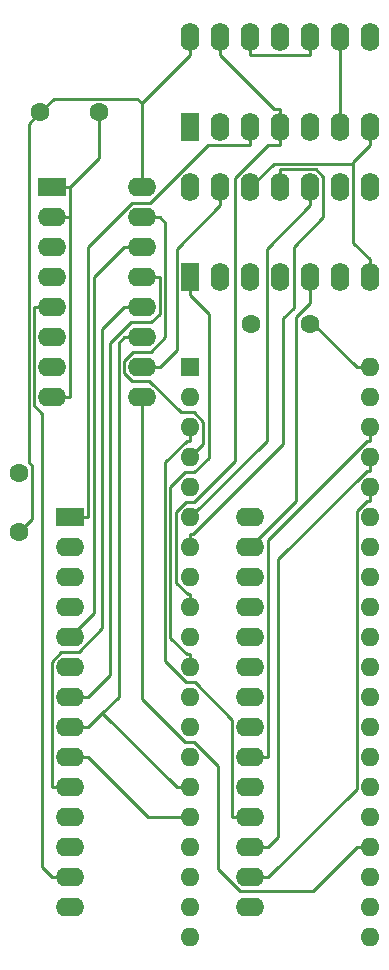
<source format=gbr>
%TF.GenerationSoftware,KiCad,Pcbnew,(6.0.10)*%
%TF.CreationDate,2022-12-23T07:28:00+11:00*%
%TF.ProjectId,bbc1770,62626331-3737-4302-9e6b-696361645f70,rev?*%
%TF.SameCoordinates,Original*%
%TF.FileFunction,Copper,L1,Top*%
%TF.FilePolarity,Positive*%
%FSLAX46Y46*%
G04 Gerber Fmt 4.6, Leading zero omitted, Abs format (unit mm)*
G04 Created by KiCad (PCBNEW (6.0.10)) date 2022-12-23 07:28:00*
%MOMM*%
%LPD*%
G01*
G04 APERTURE LIST*
%TA.AperFunction,ComponentPad*%
%ADD10R,1.600000X2.400000*%
%TD*%
%TA.AperFunction,ComponentPad*%
%ADD11O,1.600000X2.400000*%
%TD*%
%TA.AperFunction,ComponentPad*%
%ADD12R,2.400000X1.600000*%
%TD*%
%TA.AperFunction,ComponentPad*%
%ADD13O,2.400000X1.600000*%
%TD*%
%TA.AperFunction,ComponentPad*%
%ADD14R,1.600000X1.600000*%
%TD*%
%TA.AperFunction,ComponentPad*%
%ADD15O,1.600000X1.600000*%
%TD*%
%TA.AperFunction,ComponentPad*%
%ADD16C,1.600000*%
%TD*%
%TA.AperFunction,Conductor*%
%ADD17C,0.250000*%
%TD*%
G04 APERTURE END LIST*
D10*
%TO.P,U1,1*%
%TO.N,Net-(U1-Pad1)*%
X35555000Y-21580000D03*
D11*
%TO.P,U1,2*%
%TO.N,Net-(U1-Pad11)*%
X38095000Y-21580000D03*
%TO.P,U1,3*%
%TO.N,Net-(U1-Pad3)*%
X40635000Y-21580000D03*
%TO.P,U1,4*%
%TO.N,Net-(U1-Pad13)*%
X43175000Y-21580000D03*
%TO.P,U1,5*%
%TO.N,Net-(U1-Pad5)*%
X45715000Y-21580000D03*
%TO.P,U1,6*%
%TO.N,/WR*%
X48255000Y-21580000D03*
%TO.P,U1,7*%
%TO.N,GND*%
X50795000Y-21580000D03*
%TO.P,U1,8*%
%TO.N,Net-(U1-Pad5)*%
X50795000Y-13960000D03*
%TO.P,U1,9*%
%TO.N,/WR*%
X48255000Y-13960000D03*
%TO.P,U1,10*%
%TO.N,Net-(U1-Pad10)*%
X45715000Y-13960000D03*
%TO.P,U1,11*%
%TO.N,Net-(U1-Pad11)*%
X43175000Y-13960000D03*
%TO.P,U1,12*%
%TO.N,Net-(U1-Pad10)*%
X40635000Y-13960000D03*
%TO.P,U1,13*%
%TO.N,Net-(U1-Pad13)*%
X38095000Y-13960000D03*
%TO.P,U1,14*%
%TO.N,VCC*%
X35555000Y-13960000D03*
%TD*%
D12*
%TO.P,U5,1,~{CS}*%
%TO.N,Net-(U1-Pad3)*%
X25395000Y-54595000D03*
D13*
%TO.P,U5,2,R/~{W}*%
%TO.N,/WR*%
X25395000Y-57135000D03*
%TO.P,U5,3,A0*%
%TO.N,/A3*%
X25395000Y-59675000D03*
%TO.P,U5,4,A1*%
%TO.N,/A4*%
X25395000Y-62215000D03*
%TO.P,U5,5,DI0*%
%TO.N,/D0*%
X25395000Y-64755000D03*
%TO.P,U5,6,DI1*%
%TO.N,/D1*%
X25395000Y-67295000D03*
%TO.P,U5,7,DI2*%
%TO.N,/D2*%
X25395000Y-69835000D03*
%TO.P,U5,8,DI3*%
%TO.N,/D3*%
X25395000Y-72375000D03*
%TO.P,U5,9,DI4*%
%TO.N,/D4*%
X25395000Y-74915000D03*
%TO.P,U5,10,DI5*%
%TO.N,/D5*%
X25395000Y-77455000D03*
%TO.P,U5,11,DI6*%
%TO.N,/D6*%
X25395000Y-79995000D03*
%TO.P,U5,12,DI7*%
%TO.N,/D7*%
X25395000Y-82535000D03*
%TO.P,U5,13,~{MR}*%
%TO.N,/RESET*%
X25395000Y-85075000D03*
%TO.P,U5,14,GND*%
%TO.N,GND*%
X25395000Y-87615000D03*
%TO.P,U5,15,VCC*%
%TO.N,VCC*%
X40635000Y-87615000D03*
%TO.P,U5,16,STEP*%
%TO.N,Net-(U4-Pad36)*%
X40635000Y-85075000D03*
%TO.P,U5,17,DIRC*%
%TO.N,Net-(U4-Pad37)*%
X40635000Y-82535000D03*
%TO.P,U5,18,CLK*%
%TO.N,Net-(U4-Pad3)*%
X40635000Y-79995000D03*
%TO.P,U5,19,~{RD}*%
%TO.N,Net-(U4-Pad27)*%
X40635000Y-77455000D03*
%TO.P,U5,20,MOTOR*%
%TO.N,Net-(U4-Pad38)*%
X40635000Y-74915000D03*
%TO.P,U5,21,WG*%
%TO.N,Net-(U4-Pad35)*%
X40635000Y-72375000D03*
%TO.P,U5,22,WD*%
%TO.N,Net-(U4-Pad29)*%
X40635000Y-69835000D03*
%TO.P,U5,23,~{TR00}*%
%TO.N,Net-(U4-Pad31)*%
X40635000Y-67295000D03*
%TO.P,U5,24,~{IP}*%
%TO.N,Net-(U4-Pad34)*%
X40635000Y-64755000D03*
%TO.P,U5,25,~{WPRT}*%
%TO.N,Net-(U4-Pad33)*%
X40635000Y-62215000D03*
%TO.P,U5,26,~{DDEN}*%
%TO.N,Net-(U2-Pad6)*%
X40635000Y-59675000D03*
%TO.P,U5,27,DRQ*%
%TO.N,Net-(U3-Pad5)*%
X40635000Y-57135000D03*
%TO.P,U5,28,INTRQ*%
%TO.N,Net-(U3-Pad6)*%
X40635000Y-54595000D03*
%TD*%
D14*
%TO.P,U4,1,Fault_Reset*%
%TO.N,Net-(U2-Pad4)*%
X35555000Y-41915000D03*
D15*
%TO.P,U4,2,Select_0*%
%TO.N,Net-(U2-Pad3)*%
X35555000Y-44455000D03*
%TO.P,U4,3,4Mhz_clk*%
%TO.N,Net-(U4-Pad3)*%
X35555000Y-46995000D03*
%TO.P,U4,4,RESET*%
%TO.N,Net-(U2-Pad15)*%
X35555000Y-49535000D03*
%TO.P,U4,5,Ready_1*%
%TO.N,unconnected-(U4-Pad5)*%
X35555000Y-52075000D03*
%TO.P,U4,6,Select_1*%
%TO.N,Net-(U3-Pad10)*%
X35555000Y-54615000D03*
%TO.P,U4,7,DACK*%
%TO.N,Net-(U3-Pad11)*%
X35555000Y-57155000D03*
%TO.P,U4,8,DRQ*%
%TO.N,unconnected-(U4-Pad8)*%
X35555000Y-59695000D03*
%TO.P,U4,9,~{RD}*%
%TO.N,Net-(U1-Pad13)*%
X35555000Y-62235000D03*
%TO.P,U4,10,WR*%
%TO.N,Net-(U1-Pad10)*%
X35555000Y-64775000D03*
%TO.P,U4,11,INT*%
%TO.N,Net-(U3-Pad1)*%
X35555000Y-67315000D03*
%TO.P,U4,12,DB0*%
%TO.N,/D0*%
X35555000Y-69855000D03*
%TO.P,U4,13,DB1*%
%TO.N,/D1*%
X35555000Y-72395000D03*
%TO.P,U4,14,DB2*%
%TO.N,/D2*%
X35555000Y-74935000D03*
%TO.P,U4,15,DB3*%
%TO.N,/D3*%
X35555000Y-77475000D03*
%TO.P,U4,16,DB4*%
%TO.N,/D4*%
X35555000Y-80015000D03*
%TO.P,U4,17,DB5*%
%TO.N,/D5*%
X35555000Y-82555000D03*
%TO.P,U4,18,DB6*%
%TO.N,/D6*%
X35555000Y-85095000D03*
%TO.P,U4,19,DB7*%
%TO.N,/D7*%
X35555000Y-87635000D03*
%TO.P,U4,20,GND*%
%TO.N,GND*%
X35555000Y-90175000D03*
%TO.P,U4,21,A0*%
%TO.N,/A3*%
X50795000Y-90175000D03*
%TO.P,U4,22,A1*%
%TO.N,/A4*%
X50795000Y-87635000D03*
%TO.P,U4,23,1NSYNC*%
%TO.N,unconnected-(U4-Pad23)*%
X50795000Y-85095000D03*
%TO.P,U4,24,CS*%
%TO.N,Net-(U2-Pad9)*%
X50795000Y-82555000D03*
%TO.P,U4,25,PLO/SS*%
%TO.N,unconnected-(U4-Pad25)*%
X50795000Y-80015000D03*
%TO.P,U4,26,Data_window*%
%TO.N,unconnected-(U4-Pad26)*%
X50795000Y-77475000D03*
%TO.P,U4,27,UNSEP_Data*%
%TO.N,Net-(U4-Pad27)*%
X50795000Y-74935000D03*
%TO.P,U4,28*%
%TO.N,N/C*%
X50795000Y-72395000D03*
%TO.P,U4,29,Fault*%
%TO.N,Net-(U4-Pad29)*%
X50795000Y-69855000D03*
%TO.P,U4,30,Count/UPI*%
%TO.N,unconnected-(U4-Pad30)*%
X50795000Y-67315000D03*
%TO.P,U4,31,TRK0*%
%TO.N,Net-(U4-Pad31)*%
X50795000Y-64775000D03*
%TO.P,U4,32,READY_0*%
%TO.N,unconnected-(U4-Pad32)*%
X50795000Y-62235000D03*
%TO.P,U4,33,Write_Protect*%
%TO.N,Net-(U4-Pad33)*%
X50795000Y-59695000D03*
%TO.P,U4,34,Index*%
%TO.N,Net-(U4-Pad34)*%
X50795000Y-57155000D03*
%TO.P,U4,35,WR_enable*%
%TO.N,Net-(U4-Pad35)*%
X50795000Y-54615000D03*
%TO.P,U4,36,Seek/step*%
%TO.N,Net-(U4-Pad36)*%
X50795000Y-52075000D03*
%TO.P,U4,37,Direction*%
%TO.N,Net-(U4-Pad37)*%
X50795000Y-49535000D03*
%TO.P,U4,38,Load_hd*%
%TO.N,Net-(U4-Pad38)*%
X50795000Y-46995000D03*
%TO.P,U4,39,Low_Current*%
%TO.N,unconnected-(U4-Pad39)*%
X50795000Y-44455000D03*
%TO.P,U4,40,VDD*%
%TO.N,VCC*%
X50795000Y-41915000D03*
%TD*%
D12*
%TO.P,U2,1,Oe1*%
%TO.N,GND*%
X23860000Y-26660000D03*
D13*
%TO.P,U2,2,Oe2*%
X23860000Y-29200000D03*
%TO.P,U2,3,Q0*%
%TO.N,Net-(U2-Pad3)*%
X23860000Y-31740000D03*
%TO.P,U2,4,Q1*%
%TO.N,Net-(U2-Pad4)*%
X23860000Y-34280000D03*
%TO.P,U2,5,Q2*%
%TO.N,/RESET*%
X23860000Y-36820000D03*
%TO.P,U2,6,Q3*%
%TO.N,Net-(U2-Pad6)*%
X23860000Y-39360000D03*
%TO.P,U2,7,Cp*%
%TO.N,Net-(U1-Pad10)*%
X23860000Y-41900000D03*
%TO.P,U2,8,GND*%
%TO.N,GND*%
X23860000Y-44440000D03*
%TO.P,U2,9,E1*%
%TO.N,Net-(U2-Pad9)*%
X31480000Y-44440000D03*
%TO.P,U2,10,E2*%
%TO.N,Net-(U1-Pad1)*%
X31480000Y-41900000D03*
%TO.P,U2,11,D3*%
%TO.N,/D3*%
X31480000Y-39360000D03*
%TO.P,U2,12,D2*%
%TO.N,/D5*%
X31480000Y-36820000D03*
%TO.P,U2,13,D1*%
%TO.N,/D2*%
X31480000Y-34280000D03*
%TO.P,U2,14,D0*%
%TO.N,/D0*%
X31480000Y-31740000D03*
%TO.P,U2,15,Mr*%
%TO.N,Net-(U2-Pad15)*%
X31480000Y-29200000D03*
%TO.P,U2,16,VCC*%
%TO.N,VCC*%
X31480000Y-26660000D03*
%TD*%
D16*
%TO.P,C3,1*%
%TO.N,VCC*%
X21050000Y-55880000D03*
%TO.P,C3,2*%
%TO.N,GND*%
X21050000Y-50880000D03*
%TD*%
%TO.P,Cc2,1*%
%TO.N,VCC*%
X45720000Y-38220000D03*
%TO.P,Cc2,2*%
%TO.N,GND*%
X40720000Y-38220000D03*
%TD*%
%TO.P,c1,1*%
%TO.N,VCC*%
X22860000Y-20320000D03*
%TO.P,c1,2*%
%TO.N,GND*%
X27860000Y-20320000D03*
%TD*%
D10*
%TO.P,U3,1*%
%TO.N,Net-(U3-Pad1)*%
X35555000Y-34280000D03*
D11*
%TO.P,U3,2*%
%TO.N,Net-(U3-Pad2)*%
X38095000Y-34280000D03*
%TO.P,U3,3*%
X40635000Y-34280000D03*
%TO.P,U3,4*%
X43175000Y-34280000D03*
%TO.P,U3,5*%
%TO.N,Net-(U3-Pad5)*%
X45715000Y-34280000D03*
%TO.P,U3,6*%
%TO.N,Net-(U3-Pad6)*%
X48255000Y-34280000D03*
%TO.P,U3,7*%
%TO.N,GND*%
X50795000Y-34280000D03*
%TO.P,U3,8*%
%TO.N,Net-(U2-Pad3)*%
X50795000Y-26660000D03*
%TO.P,U3,9*%
X48255000Y-26660000D03*
%TO.P,U3,10*%
%TO.N,Net-(U3-Pad10)*%
X45715000Y-26660000D03*
%TO.P,U3,11*%
%TO.N,Net-(U3-Pad11)*%
X43175000Y-26660000D03*
%TO.P,U3,12*%
%TO.N,GND*%
X40635000Y-26660000D03*
%TO.P,U3,13*%
%TO.N,Net-(U1-Pad1)*%
X38095000Y-26660000D03*
%TO.P,U3,14*%
%TO.N,VCC*%
X35555000Y-26660000D03*
%TD*%
D17*
%TO.N,Net-(U4-Pad38)*%
X42160300Y-56500800D02*
X42160300Y-74915000D01*
X50540800Y-48120300D02*
X42160300Y-56500800D01*
X50795000Y-48120300D02*
X50540800Y-48120300D01*
X50795000Y-46995000D02*
X50795000Y-48120300D01*
X40635000Y-74915000D02*
X42160300Y-74915000D01*
%TO.N,Net-(U4-Pad37)*%
X43021000Y-81674300D02*
X42160300Y-82535000D01*
X43021000Y-58153000D02*
X43021000Y-81674300D01*
X50513700Y-50660300D02*
X43021000Y-58153000D01*
X50795000Y-50660300D02*
X50513700Y-50660300D01*
X50795000Y-49535000D02*
X50795000Y-50660300D01*
X40635000Y-82535000D02*
X42160300Y-82535000D01*
%TO.N,Net-(U4-Pad36)*%
X50795000Y-52075000D02*
X50795000Y-53200300D01*
X40635000Y-85075000D02*
X42160300Y-85075000D01*
X50513700Y-53200300D02*
X50795000Y-53200300D01*
X49669600Y-54044400D02*
X50513700Y-53200300D01*
X49669600Y-77565700D02*
X49669600Y-54044400D01*
X42160300Y-85075000D02*
X49669600Y-77565700D01*
%TO.N,/D4*%
X32020300Y-80015000D02*
X26920300Y-74915000D01*
X35555000Y-80015000D02*
X32020300Y-80015000D01*
X25395000Y-74915000D02*
X26920300Y-74915000D01*
%TO.N,Net-(U4-Pad3)*%
X39109700Y-71739700D02*
X39109700Y-79995000D01*
X35955000Y-68585000D02*
X39109700Y-71739700D01*
X35229500Y-68585000D02*
X35955000Y-68585000D01*
X33445700Y-66801200D02*
X35229500Y-68585000D01*
X33445700Y-49948300D02*
X33445700Y-66801200D01*
X35273700Y-48120300D02*
X33445700Y-49948300D01*
X35555000Y-48120300D02*
X35273700Y-48120300D01*
X35555000Y-46995000D02*
X35555000Y-48120300D01*
X40635000Y-79995000D02*
X39109700Y-79995000D01*
%TO.N,Net-(U3-Pad11)*%
X35836300Y-56029700D02*
X35555000Y-56029700D01*
X43455400Y-48410600D02*
X35836300Y-56029700D01*
X43455400Y-37746600D02*
X43455400Y-48410600D01*
X44320500Y-36881500D02*
X43455400Y-37746600D01*
X44320500Y-31724500D02*
X44320500Y-36881500D01*
X46846400Y-29198600D02*
X44320500Y-31724500D01*
X46846400Y-25757700D02*
X46846400Y-29198600D01*
X46223400Y-25134700D02*
X46846400Y-25757700D01*
X43175000Y-25134700D02*
X46223400Y-25134700D01*
X35555000Y-57155000D02*
X35555000Y-56029700D01*
X43175000Y-26660000D02*
X43175000Y-25134700D01*
%TO.N,Net-(U3-Pad10)*%
X42046600Y-48123400D02*
X35555000Y-54615000D01*
X42046600Y-31853700D02*
X42046600Y-48123400D01*
X45715000Y-28185300D02*
X42046600Y-31853700D01*
X45715000Y-26660000D02*
X45715000Y-28185300D01*
%TO.N,Net-(U3-Pad5)*%
X45715000Y-34280000D02*
X45715000Y-35805300D01*
X45715000Y-36442200D02*
X45715000Y-35805300D01*
X44545600Y-37611600D02*
X45715000Y-36442200D01*
X44545600Y-53224400D02*
X44545600Y-37611600D01*
X40635000Y-57135000D02*
X44545600Y-53224400D01*
%TO.N,Net-(U3-Pad1)*%
X35555000Y-67315000D02*
X35555000Y-66189700D01*
X35555000Y-34280000D02*
X35555000Y-35805300D01*
X37138100Y-37388400D02*
X35555000Y-35805300D01*
X37138100Y-49543500D02*
X37138100Y-37388400D01*
X35876600Y-50805000D02*
X37138100Y-49543500D01*
X35153000Y-50805000D02*
X35876600Y-50805000D01*
X33896100Y-52061900D02*
X35153000Y-50805000D01*
X33896100Y-64812200D02*
X33896100Y-52061900D01*
X35273600Y-66189700D02*
X33896100Y-64812200D01*
X35555000Y-66189700D02*
X35273600Y-66189700D01*
%TO.N,Net-(U2-Pad15)*%
X36687800Y-48402200D02*
X35555000Y-49535000D01*
X36687800Y-46518600D02*
X36687800Y-48402200D01*
X35894200Y-45725000D02*
X36687800Y-46518600D01*
X34771000Y-45725000D02*
X35894200Y-45725000D01*
X32086400Y-43040400D02*
X34771000Y-45725000D01*
X30628100Y-43040400D02*
X32086400Y-43040400D01*
X29954700Y-42367000D02*
X30628100Y-43040400D01*
X29954700Y-41400500D02*
X29954700Y-42367000D01*
X30725200Y-40630000D02*
X29954700Y-41400500D01*
X32208900Y-40630000D02*
X30725200Y-40630000D01*
X33472800Y-39366100D02*
X32208900Y-40630000D01*
X33472800Y-29667500D02*
X33472800Y-39366100D01*
X33005300Y-29200000D02*
X33472800Y-29667500D01*
X31480000Y-29200000D02*
X33005300Y-29200000D01*
%TO.N,/D0*%
X27463700Y-62686300D02*
X25395000Y-64755000D01*
X27463700Y-34231000D02*
X27463700Y-62686300D01*
X29954700Y-31740000D02*
X27463700Y-34231000D01*
X31480000Y-31740000D02*
X29954700Y-31740000D01*
%TO.N,/D2*%
X25395000Y-69835000D02*
X26920300Y-69835000D01*
X31480000Y-34280000D02*
X33005300Y-34280000D01*
X33005300Y-37372300D02*
X33005300Y-34280000D01*
X32287600Y-38090000D02*
X33005300Y-37372300D01*
X30555300Y-38090000D02*
X32287600Y-38090000D01*
X28814500Y-39830800D02*
X30555300Y-38090000D01*
X28814500Y-67940800D02*
X28814500Y-39830800D01*
X26920300Y-69835000D02*
X28814500Y-67940800D01*
%TO.N,/D5*%
X23869700Y-66824500D02*
X23869700Y-77455000D01*
X24669200Y-66025000D02*
X23869700Y-66824500D01*
X26119000Y-66025000D02*
X24669200Y-66025000D01*
X28139200Y-64004800D02*
X26119000Y-66025000D01*
X28139200Y-38635500D02*
X28139200Y-64004800D01*
X29954700Y-36820000D02*
X28139200Y-38635500D01*
X31480000Y-36820000D02*
X29954700Y-36820000D01*
X25395000Y-77455000D02*
X23869700Y-77455000D01*
%TO.N,/D3*%
X31480000Y-39360000D02*
X29954700Y-39360000D01*
X25395000Y-72375000D02*
X26920300Y-72375000D01*
X35555000Y-77475000D02*
X34429700Y-77475000D01*
X28125000Y-71170300D02*
X34429700Y-77475000D01*
X28125000Y-71170300D02*
X26920300Y-72375000D01*
X29504400Y-69790900D02*
X28125000Y-71170300D01*
X29504400Y-39810300D02*
X29504400Y-69790900D01*
X29954700Y-39360000D02*
X29504400Y-39810300D01*
%TO.N,Net-(U2-Pad9)*%
X46002500Y-86222200D02*
X49669700Y-82555000D01*
X39777000Y-86222200D02*
X46002500Y-86222200D01*
X37905000Y-84350200D02*
X39777000Y-86222200D01*
X37905000Y-75652000D02*
X37905000Y-84350200D01*
X35918000Y-73665000D02*
X37905000Y-75652000D01*
X35155700Y-73665000D02*
X35918000Y-73665000D01*
X31480000Y-69989300D02*
X35155700Y-73665000D01*
X31480000Y-44440000D02*
X31480000Y-69989300D01*
X50795000Y-82555000D02*
X49669700Y-82555000D01*
%TO.N,/RESET*%
X25395000Y-85075000D02*
X23869700Y-85075000D01*
X23860000Y-36820000D02*
X22334700Y-36820000D01*
X23046000Y-84251300D02*
X23869700Y-85075000D01*
X23046000Y-45826400D02*
X23046000Y-84251300D01*
X22334700Y-45115100D02*
X23046000Y-45826400D01*
X22334700Y-36820000D02*
X22334700Y-45115100D01*
%TO.N,Net-(U1-Pad10)*%
X40635000Y-15485300D02*
X45715000Y-15485300D01*
X40635000Y-13960000D02*
X40635000Y-15485300D01*
X45715000Y-13960000D02*
X45715000Y-15485300D01*
%TO.N,/WR*%
X48255000Y-21580000D02*
X48255000Y-13960000D01*
%TO.N,Net-(U1-Pad13)*%
X42664400Y-20054700D02*
X43175000Y-20054700D01*
X38095000Y-15485300D02*
X42664400Y-20054700D01*
X38095000Y-13960000D02*
X38095000Y-15485300D01*
X43175000Y-21580000D02*
X43175000Y-20054700D01*
X35555000Y-62235000D02*
X35555000Y-61109700D01*
X43175000Y-21580000D02*
X43175000Y-23105300D01*
X35359500Y-61109700D02*
X35555000Y-61109700D01*
X34396700Y-60146900D02*
X35359500Y-61109700D01*
X34396700Y-54127200D02*
X34396700Y-60146900D01*
X35178900Y-53345000D02*
X34396700Y-54127200D01*
X35886200Y-53345000D02*
X35178900Y-53345000D01*
X39365000Y-49866200D02*
X35886200Y-53345000D01*
X39365000Y-25866700D02*
X39365000Y-49866200D01*
X42126400Y-23105300D02*
X39365000Y-25866700D01*
X43175000Y-23105300D02*
X42126400Y-23105300D01*
%TO.N,Net-(U1-Pad3)*%
X37049400Y-23105300D02*
X40635000Y-23105300D01*
X32150800Y-28003900D02*
X37049400Y-23105300D01*
X30669500Y-28003900D02*
X32150800Y-28003900D01*
X26920300Y-31753100D02*
X30669500Y-28003900D01*
X26920300Y-54595000D02*
X26920300Y-31753100D01*
X25395000Y-54595000D02*
X26920300Y-54595000D01*
X40635000Y-21580000D02*
X40635000Y-23105300D01*
%TO.N,Net-(U1-Pad1)*%
X34429600Y-31850700D02*
X38095000Y-28185300D01*
X34429600Y-40475700D02*
X34429600Y-31850700D01*
X33005300Y-41900000D02*
X34429600Y-40475700D01*
X31480000Y-41900000D02*
X33005300Y-41900000D01*
X38095000Y-26660000D02*
X38095000Y-28185300D01*
%TO.N,GND*%
X25385300Y-26660000D02*
X25385300Y-29200000D01*
X23860000Y-26660000D02*
X25385300Y-26660000D01*
X23860000Y-29200000D02*
X25385300Y-29200000D01*
X25385300Y-44440000D02*
X25385300Y-29200000D01*
X23860000Y-44440000D02*
X25385300Y-44440000D01*
X27860000Y-24185300D02*
X25385300Y-26660000D01*
X27860000Y-20320000D02*
X27860000Y-24185300D01*
X50795000Y-21580000D02*
X50795000Y-23105300D01*
X42634500Y-24660500D02*
X49380400Y-24660500D01*
X40635000Y-26660000D02*
X42634500Y-24660500D01*
X49380400Y-31340100D02*
X49380400Y-24660500D01*
X50795000Y-32754700D02*
X49380400Y-31340100D01*
X49380400Y-24519900D02*
X50795000Y-23105300D01*
X49380400Y-24660500D02*
X49380400Y-24519900D01*
X50795000Y-34280000D02*
X50795000Y-32754700D01*
%TO.N,VCC*%
X45974700Y-38220000D02*
X49669700Y-41915000D01*
X45720000Y-38220000D02*
X45974700Y-38220000D01*
X50795000Y-41915000D02*
X49669700Y-41915000D01*
X35555000Y-13960000D02*
X35555000Y-15485300D01*
X21884300Y-21295700D02*
X22860000Y-20320000D01*
X21884300Y-49942900D02*
X21884300Y-21295700D01*
X22202000Y-50260600D02*
X21884300Y-49942900D01*
X22202000Y-54728000D02*
X22202000Y-50260600D01*
X21050000Y-55880000D02*
X22202000Y-54728000D01*
X31084000Y-19164300D02*
X31480000Y-19560300D01*
X24015700Y-19164300D02*
X31084000Y-19164300D01*
X22860000Y-20320000D02*
X24015700Y-19164300D01*
X31480000Y-26660000D02*
X31480000Y-19560300D01*
X31480000Y-19560300D02*
X35555000Y-15485300D01*
%TD*%
M02*

</source>
